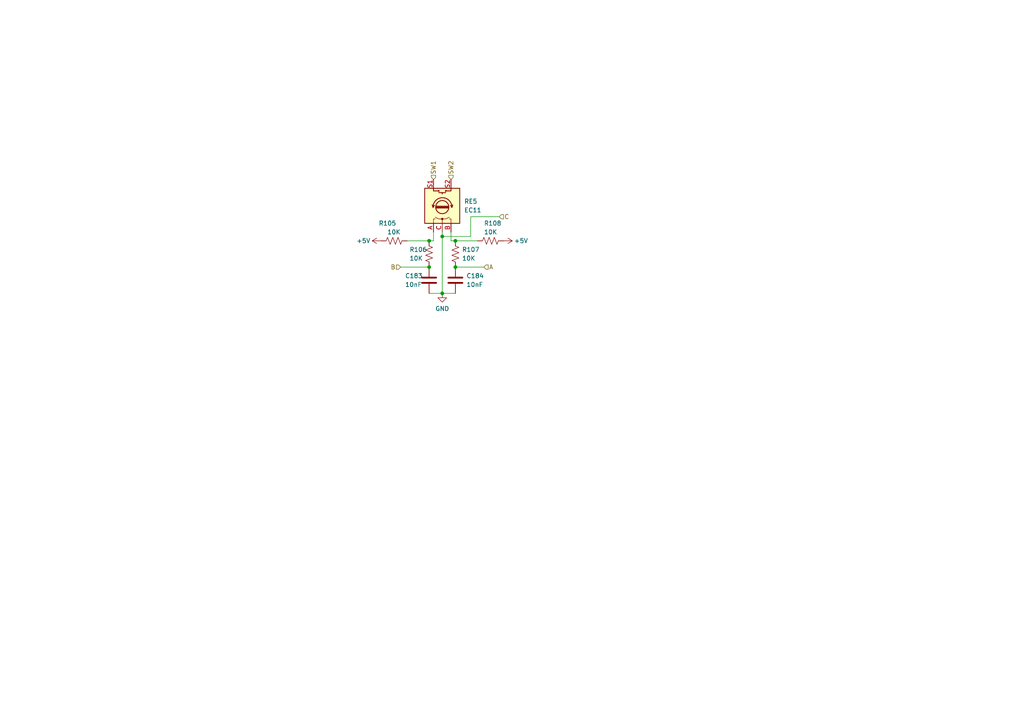
<source format=kicad_sch>
(kicad_sch (version 20211123) (generator eeschema)
  (paper "A4")
  (lib_symbols
    (symbol "Device:C" (pin_numbers hide) (pin_names (offset 0.254))
      (property "Reference" "C" (at 0.635 2.54 0))
      (property "Value" "C" (at 0.635 -2.54 0))
      (symbol "C_0_1"
        (polyline (pts (xy -2.032 -0.762) (xy 2.032 -0.762)) (stroke (width 0.508)))
        (polyline (pts (xy -2.032 0.762) (xy 2.032 0.762)) (stroke (width 0.508)))
      )
      (symbol "C_1_1"
        (pin passive line (at 0 3.81 270) (length 2.794) (name "~") (number "1"))
        (pin passive line (at 0 -3.81 90) (length 2.794) (name "~") (number "2"))
      )
    )
    (symbol "Device:R_US" (pin_numbers hide) (pin_names (offset 0))
      (property "Reference" "R" (at 2.54 0 90))
      (property "Value" "R_US" (at -2.54 0 90))
      (symbol "R_US_0_1"
        (polyline (pts (xy 0 -2.286) (xy 0 -2.54)))
        (polyline (pts (xy 0 2.286) (xy 0 2.54)))
        (polyline (pts (xy 0 -0.762) (xy 1.016 -1.143) (xy 0 -1.524) (xy -1.016 -1.905) (xy 0 -2.286)))
        (polyline (pts (xy 0 0.762) (xy 1.016 0.381) (xy 0 0) (xy -1.016 -0.381) (xy 0 -0.762)))
        (polyline (pts (xy 0 2.286) (xy 1.016 1.905) (xy 0 1.524) (xy -1.016 1.143) (xy 0 0.762)))
      )
      (symbol "R_US_1_1"
        (pin passive line (at 0 3.81 270) (length 1.27) (name "~") (number "1"))
        (pin passive line (at 0 -3.81 90) (length 1.27) (name "~") (number "2"))
      )
    )
    (symbol "Device:RotaryEncoder_Switch" (pin_names (offset 0.254) hide)
      (property "Reference" "SW" (at 0 6.604 0))
      (property "Value" "RotaryEncoder_Switch" (at 0 -6.604 0))
      (symbol "RotaryEncoder_Switch_0_1"
        (rectangle (start -5.08 5.08) (end 5.08 -5.08) (stroke (width 0.254)) (fill (type background)))
        (circle (center -3.81 0) (radius 0.254) (fill (type outline)))
        (arc (start -0.381 -2.794) (mid 2.3622 -0.0508) (end -0.381 2.667) (stroke (width 0.254)))
        (circle (center -0.381 0) (radius 1.905) (stroke (width 0.254)))
        (polyline (pts (xy -0.635 -1.778) (xy -0.635 1.778)) (stroke (width 0.254)))
        (polyline (pts (xy -0.381 -1.778) (xy -0.381 1.778)) (stroke (width 0.254)))
        (polyline (pts (xy -0.127 1.778) (xy -0.127 -1.778)) (stroke (width 0.254)))
        (polyline (pts (xy 3.81 0) (xy 3.429 0)) (stroke (width 0.254)))
        (polyline (pts (xy 3.81 1.016) (xy 3.81 -1.016)) (stroke (width 0.254)))
        (polyline (pts (xy -5.08 -2.54) (xy -3.81 -2.54) (xy -3.81 -2.032)))
        (polyline (pts (xy -5.08 2.54) (xy -3.81 2.54) (xy -3.81 2.032)))
        (polyline (pts (xy 0.254 -3.048) (xy -0.508 -2.794) (xy 0.127 -2.413)) (stroke (width 0.254)))
        (polyline (pts (xy 0.254 2.921) (xy -0.508 2.667) (xy 0.127 2.286)) (stroke (width 0.254)))
        (polyline (pts (xy 5.08 -2.54) (xy 4.318 -2.54) (xy 4.318 -1.016)) (stroke (width 0.254)))
        (polyline (pts (xy 5.08 2.54) (xy 4.318 2.54) (xy 4.318 1.016)) (stroke (width 0.254)))
        (polyline (pts (xy -5.08 0) (xy -3.81 0) (xy -3.81 -1.016) (xy -3.302 -2.032)))
        (polyline (pts (xy -4.318 0) (xy -3.81 0) (xy -3.81 1.016) (xy -3.302 2.032)))
        (circle (center 4.318 -1.016) (radius 0.127) (stroke (width 0.254)))
        (circle (center 4.318 1.016) (radius 0.127) (stroke (width 0.254)))
      )
      (symbol "RotaryEncoder_Switch_1_1"
        (pin passive line (at -7.62 2.54 0) (length 2.54) (name "A") (number "A"))
        (pin passive line (at -7.62 -2.54 0) (length 2.54) (name "B") (number "B"))
        (pin passive line (at -7.62 0 0) (length 2.54) (name "C") (number "C"))
        (pin passive line (at 7.62 2.54 180) (length 2.54) (name "S1") (number "S1"))
        (pin passive line (at 7.62 -2.54 180) (length 2.54) (name "S2") (number "S2"))
      )
    )
    (symbol "power:+5V" (power) (pin_names (offset 0))
      (property "Value" "+5V" (at 0 3.556 0))
      (symbol "+5V_0_1"
        (polyline (pts (xy -0.762 1.27) (xy 0 2.54)))
        (polyline (pts (xy 0 0) (xy 0 2.54)))
        (polyline (pts (xy 0 2.54) (xy 0.762 1.27)))
      )
      (symbol "+5V_1_1"
        (pin power_in line (at 0 0 90) (length 0) hide (name "+5V") (number "1"))
      )
    )
    (symbol "power:GND" (power) (pin_names (offset 0))
      (property "Value" "GND" (at 0 -3.81 0))
      (symbol "GND_0_1"
        (polyline (pts (xy 0 0) (xy 0 -1.27) (xy 1.27 -1.27) (xy 0 -2.54) (xy -1.27 -1.27) (xy 0 -1.27)))
      )
      (symbol "GND_1_1"
        (pin power_in line (at 0 0 270) (length 0) hide (name "GND") (number "1"))
      )
    )
  )
  (junction (at 132.08 77.47))
  (junction (at 124.46 77.47))
  (junction (at 128.27 85.09))
  (junction (at 128.27 68.58))
  (junction (at 124.46 69.85))
  (junction (at 132.08 69.85))
  (wire (pts (xy 130.81 67.31) (xy 130.81 69.85)))
  (wire (pts (xy 132.08 69.85) (xy 130.81 69.85)))
  (wire (pts (xy 128.27 67.31) (xy 128.27 68.58)))
  (wire (pts (xy 125.73 67.31) (xy 125.73 69.85)))
  (wire (pts (xy 124.46 69.85) (xy 125.73 69.85)))
  (wire (pts (xy 136.525 68.58) (xy 136.525 62.865)))
  (wire (pts (xy 132.08 77.47) (xy 140.335 77.47)))
  (wire (pts (xy 128.27 85.09) (xy 132.08 85.09)))
  (wire (pts (xy 128.27 68.58) (xy 136.525 68.58)))
  (wire (pts (xy 124.46 85.09) (xy 128.27 85.09)))
  (wire (pts (xy 128.27 68.58) (xy 128.27 85.09)))
  (wire (pts (xy 118.11 69.85) (xy 124.46 69.85)))
  (wire (pts (xy 124.46 77.47) (xy 116.205 77.47)))
  (wire (pts (xy 136.525 62.865) (xy 144.78 62.865)))
  (wire (pts (xy 138.43 69.85) (xy 132.08 69.85)))
  (hierarchical_label "B" (shape input) (at 116.205 77.47 180))
  (hierarchical_label "SW1" (shape input) (at 125.73 52.07 90))
  (hierarchical_label "SW2" (shape input) (at 130.81 52.07 90))
  (hierarchical_label "C" (shape input) (at 144.78 62.865 0))
  (hierarchical_label "A" (shape input) (at 140.335 77.47 0))
  (symbol (lib_id "Device:R_US") (at 132.08 73.66 0) (unit 1)
    (property "Reference" "R107" (at 133.985 72.3899 0) (effects (justify left)))
    (property "Value" "10K" (at 133.985 74.9299 0) (effects (justify left)))
    (property "Footprint" "Resistor_SMD:R_0603_1608Metric" (effects hide))
  )
  (symbol (lib_id "Device:C") (at 132.08 81.28 0) (unit 1)
    (property "Reference" "C184" (at 135.255 80.0099 0) (effects (justify left)))
    (property "Value" "10nF" (at 135.255 82.5499 0) (effects (justify left)))
    (property "Footprint" "Capacitor_SMD:C_0603_1608Metric" (effects hide))
  )
  (symbol (lib_id "Device:R_US") (at 124.46 73.66 0) (unit 1)
    (property "Reference" "R106" (at 118.745 72.39 0) (effects (justify left)))
    (property "Value" "10K" (at 118.745 74.93 0) (effects (justify left)))
    (property "Footprint" "Resistor_SMD:R_0603_1608Metric" (effects hide))
  )
  (symbol (lib_id "Device:C") (at 124.46 81.28 0) (unit 1)
    (property "Reference" "C183" (at 117.475 80.01 0) (effects (justify left)))
    (property "Value" "10nF" (at 117.475 82.55 0) (effects (justify left)))
    (property "Footprint" "Capacitor_SMD:C_0603_1608Metric" (effects hide))
  )
  (symbol (lib_id "power:+5V") (at 110.49 69.85 90) (unit 1)
    (property "Reference" "#PWR0400" (effects hide))
    (property "Value" "+5V" (at 105.41 69.85 90))
  )
  (symbol (lib_id "Device:R_US") (at 142.24 69.85 270) (unit 1)
    (property "Reference" "R108" (at 140.335 64.77 90) (effects (justify left)))
    (property "Value" "10K" (at 140.335 67.31 90) (effects (justify left)))
    (property "Footprint" "Resistor_SMD:R_0603_1608Metric" (effects hide))
  )
  (symbol (lib_id "power:GND") (at 128.27 85.09 0) (unit 1)
    (property "Reference" "#PWR0398" (effects hide))
    (property "Value" "GND" (at 128.27 89.535 0))
  )
  (symbol (lib_id "Device:RotaryEncoder_Switch") (at 128.27 59.69 90) (unit 1)
    (property "Reference" "RE5" (at 134.62 58.4199 90) (effects (justify right)))
    (property "Value" "EC11" (at 134.62 60.9599 90) (effects (justify right)))
    (property "Footprint" "Rotary_Encoder:RotaryEncoder_Alps_EC11E-Switch_Vertical_H20mm" (effects hide))
  )
  (symbol (lib_id "power:+5V") (at 146.05 69.85 270) (unit 1)
    (property "Reference" "#PWR0399" (effects hide))
    (property "Value" "+5V" (at 151.13 69.85 90))
  )
  (symbol (lib_id "Device:R_US") (at 114.3 69.85 90) (unit 1)
    (property "Reference" "R105" (at 114.935 64.77 90) (effects (justify left)))
    (property "Value" "10K" (at 116.205 67.31 90) (effects (justify left)))
    (property "Footprint" "Resistor_SMD:R_0603_1608Metric" (effects hide))
  )
)
</source>
